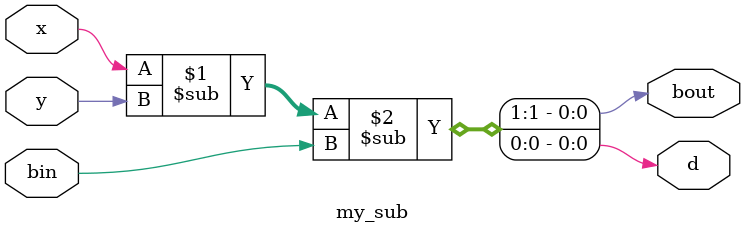
<source format=v>
`timescale 1ns / 1ps

module my_sub(
  input x, 
  input y, 
  input bin,
  
  output d,
  output bout
  );
  
  assign {bout,d} = x - y - bin;

endmodule

</source>
